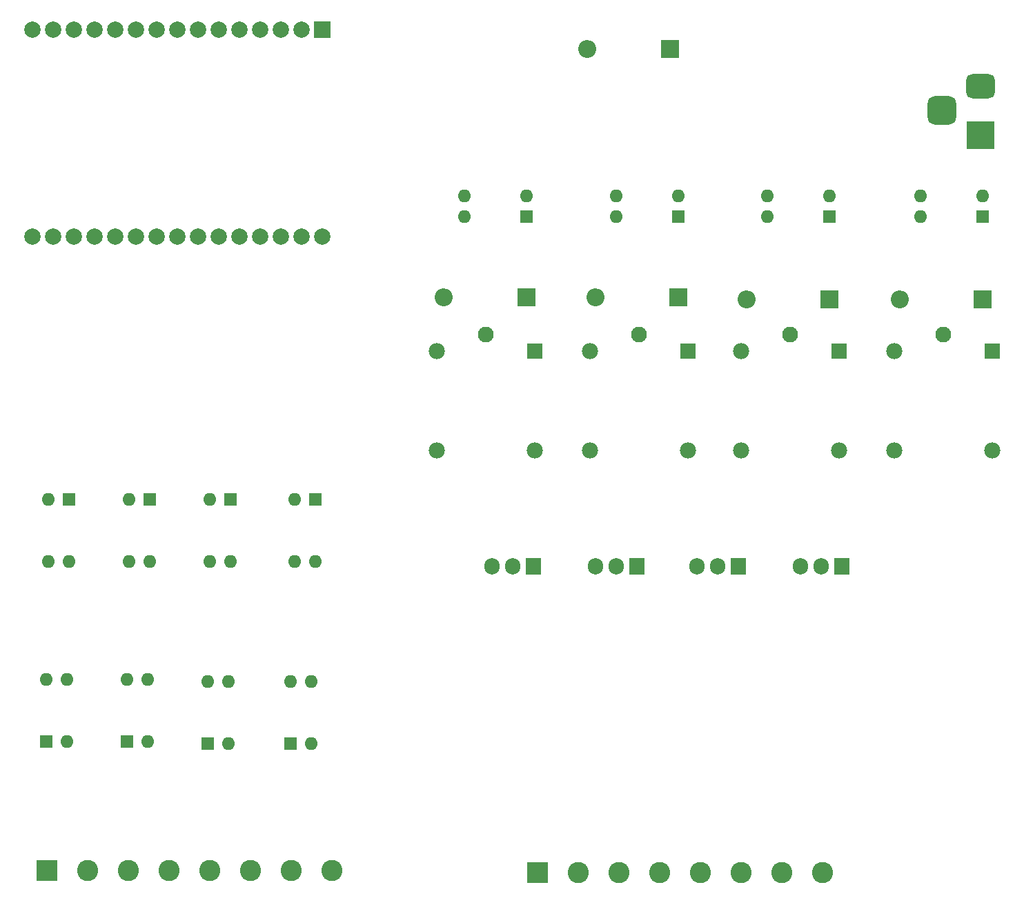
<source format=gbs>
%TF.GenerationSoftware,KiCad,Pcbnew,(6.0.9)*%
%TF.CreationDate,2022-12-14T18:51:29-08:00*%
%TF.ProjectId,halloween vending machine,68616c6c-6f77-4656-956e-2076656e6469,rev?*%
%TF.SameCoordinates,Original*%
%TF.FileFunction,Soldermask,Bot*%
%TF.FilePolarity,Negative*%
%FSLAX46Y46*%
G04 Gerber Fmt 4.6, Leading zero omitted, Abs format (unit mm)*
G04 Created by KiCad (PCBNEW (6.0.9)) date 2022-12-14 18:51:29*
%MOMM*%
%LPD*%
G01*
G04 APERTURE LIST*
G04 Aperture macros list*
%AMRoundRect*
0 Rectangle with rounded corners*
0 $1 Rounding radius*
0 $2 $3 $4 $5 $6 $7 $8 $9 X,Y pos of 4 corners*
0 Add a 4 corners polygon primitive as box body*
4,1,4,$2,$3,$4,$5,$6,$7,$8,$9,$2,$3,0*
0 Add four circle primitives for the rounded corners*
1,1,$1+$1,$2,$3*
1,1,$1+$1,$4,$5*
1,1,$1+$1,$6,$7*
1,1,$1+$1,$8,$9*
0 Add four rect primitives between the rounded corners*
20,1,$1+$1,$2,$3,$4,$5,0*
20,1,$1+$1,$4,$5,$6,$7,0*
20,1,$1+$1,$6,$7,$8,$9,0*
20,1,$1+$1,$8,$9,$2,$3,0*%
G04 Aperture macros list end*
%ADD10R,1.980000X1.980000*%
%ADD11C,1.935000*%
%ADD12C,1.980000*%
%ADD13R,2.600000X2.600000*%
%ADD14C,2.600000*%
%ADD15R,1.600000X1.600000*%
%ADD16O,1.600000X1.600000*%
%ADD17R,2.200000X2.200000*%
%ADD18O,2.200000X2.200000*%
%ADD19R,2.000000X2.000000*%
%ADD20C,2.000000*%
%ADD21R,1.905000X2.000000*%
%ADD22O,1.905000X2.000000*%
%ADD23R,3.500000X3.500000*%
%ADD24RoundRect,0.750000X-1.000000X0.750000X-1.000000X-0.750000X1.000000X-0.750000X1.000000X0.750000X0*%
%ADD25RoundRect,0.875000X-0.875000X0.875000X-0.875000X-0.875000X0.875000X-0.875000X0.875000X0.875000X0*%
G04 APERTURE END LIST*
D10*
%TO.C,K4*%
X144176000Y-61210000D03*
D11*
X138176000Y-59210000D03*
D12*
X132176000Y-61210000D03*
X132176000Y-73410000D03*
X144176000Y-73410000D03*
%TD*%
D10*
%TO.C,K3*%
X125380000Y-61210000D03*
D11*
X119380000Y-59210000D03*
D12*
X113380000Y-61210000D03*
X113380000Y-73410000D03*
X125380000Y-73410000D03*
%TD*%
D10*
%TO.C,K2*%
X106838000Y-61210000D03*
D11*
X100838000Y-59210000D03*
D12*
X94838000Y-61210000D03*
X94838000Y-73410000D03*
X106838000Y-73410000D03*
%TD*%
D10*
%TO.C,K1*%
X88042000Y-61210000D03*
D11*
X82042000Y-59210000D03*
D12*
X76042000Y-61210000D03*
X76042000Y-73410000D03*
X88042000Y-73410000D03*
%TD*%
D13*
%TO.C,J2*%
X28180000Y-124968000D03*
D14*
X33180000Y-124968000D03*
X38180000Y-124968000D03*
X43180000Y-124968000D03*
X48180000Y-124968000D03*
X53180000Y-124968000D03*
X58180000Y-124968000D03*
X63180000Y-124968000D03*
%TD*%
D15*
%TO.C,U5*%
X28149000Y-109159000D03*
D16*
X30689000Y-109159000D03*
X30689000Y-101539000D03*
X28149000Y-101539000D03*
%TD*%
D13*
%TO.C,J3*%
X88418000Y-125273000D03*
D14*
X93418000Y-125273000D03*
X98418000Y-125273000D03*
X103418000Y-125273000D03*
X108418000Y-125273000D03*
X113418000Y-125273000D03*
X118418000Y-125273000D03*
X123418000Y-125273000D03*
%TD*%
D15*
%TO.C,U12*%
X142992000Y-44709000D03*
D16*
X142992000Y-42169000D03*
X135372000Y-42169000D03*
X135372000Y-44709000D03*
%TD*%
D17*
%TO.C,D15*%
X105664000Y-54610000D03*
D18*
X95504000Y-54610000D03*
%TD*%
D15*
%TO.C,U13*%
X30953000Y-79461000D03*
D16*
X28413000Y-79461000D03*
X28413000Y-87081000D03*
X30953000Y-87081000D03*
%TD*%
D19*
%TO.C,U1*%
X62015000Y-21800000D03*
D20*
X59475000Y-21800000D03*
X56935000Y-21800000D03*
X54395000Y-21800000D03*
X51855000Y-21800000D03*
X49315000Y-21800000D03*
X46775000Y-21800000D03*
X44235000Y-21800000D03*
X41695000Y-21800000D03*
X39155000Y-21800000D03*
X36615000Y-21800000D03*
X34075000Y-21800000D03*
X31535000Y-21800000D03*
X28995000Y-21800000D03*
X26455000Y-21800000D03*
X26455000Y-47200000D03*
X28995000Y-47200000D03*
X31535000Y-47200000D03*
X34075000Y-47200000D03*
X36615000Y-47200000D03*
X39155000Y-47200000D03*
X41695000Y-47200000D03*
X44235000Y-47200000D03*
X46775000Y-47200000D03*
X49315000Y-47200000D03*
X51855000Y-47200000D03*
X54395000Y-47200000D03*
X56935000Y-47200000D03*
X59475000Y-47200000D03*
X62015000Y-47200000D03*
%TD*%
D17*
%TO.C,D17*%
X143002000Y-54892000D03*
D18*
X132842000Y-54892000D03*
%TD*%
D15*
%TO.C,U7*%
X47961000Y-109413000D03*
D16*
X50501000Y-109413000D03*
X50501000Y-101793000D03*
X47961000Y-101793000D03*
%TD*%
D15*
%TO.C,U11*%
X124196000Y-44737000D03*
D16*
X124196000Y-42197000D03*
X116576000Y-42197000D03*
X116576000Y-44737000D03*
%TD*%
D21*
%TO.C,Q5*%
X113030000Y-87630000D03*
D22*
X110490000Y-87630000D03*
X107950000Y-87630000D03*
%TD*%
D15*
%TO.C,U10*%
X105654000Y-44709000D03*
D16*
X105654000Y-42169000D03*
X98034000Y-42169000D03*
X98034000Y-44709000D03*
%TD*%
D15*
%TO.C,U6*%
X38055000Y-109159000D03*
D16*
X40595000Y-109159000D03*
X40595000Y-101539000D03*
X38055000Y-101539000D03*
%TD*%
D17*
%TO.C,D1*%
X104648000Y-24130000D03*
D18*
X94488000Y-24130000D03*
%TD*%
D15*
%TO.C,U9*%
X87026000Y-44700000D03*
D16*
X87026000Y-42160000D03*
X79406000Y-42160000D03*
X79406000Y-44700000D03*
%TD*%
D15*
%TO.C,U8*%
X58121000Y-109413000D03*
D16*
X60661000Y-109413000D03*
X60661000Y-101793000D03*
X58121000Y-101793000D03*
%TD*%
D17*
%TO.C,D11*%
X87026000Y-54606000D03*
D18*
X76866000Y-54606000D03*
%TD*%
D23*
%TO.C,J1*%
X142748000Y-34702000D03*
D24*
X142748000Y-28702000D03*
D25*
X138048000Y-31702000D03*
%TD*%
D15*
%TO.C,U15*%
X50765000Y-79461000D03*
D16*
X48225000Y-79461000D03*
X48225000Y-87081000D03*
X50765000Y-87081000D03*
%TD*%
D21*
%TO.C,Q7*%
X87884000Y-87630000D03*
D22*
X85344000Y-87630000D03*
X82804000Y-87630000D03*
%TD*%
D21*
%TO.C,Q8*%
X100584000Y-87630000D03*
D22*
X98044000Y-87630000D03*
X95504000Y-87630000D03*
%TD*%
D15*
%TO.C,U14*%
X40859000Y-79461000D03*
D16*
X38319000Y-79461000D03*
X38319000Y-87081000D03*
X40859000Y-87081000D03*
%TD*%
D17*
%TO.C,D16*%
X124206000Y-54864000D03*
D18*
X114046000Y-54864000D03*
%TD*%
D15*
%TO.C,U16*%
X61179000Y-79461000D03*
D16*
X58639000Y-79461000D03*
X58639000Y-87081000D03*
X61179000Y-87081000D03*
%TD*%
D21*
%TO.C,Q6*%
X125730000Y-87630000D03*
D22*
X123190000Y-87630000D03*
X120650000Y-87630000D03*
%TD*%
M02*

</source>
